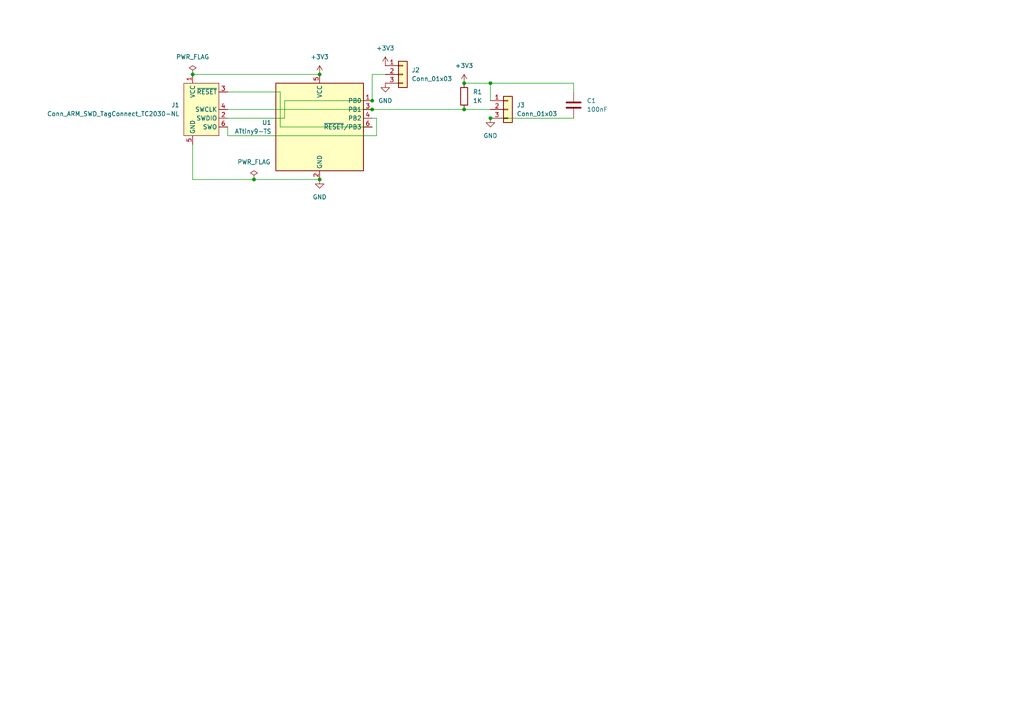
<source format=kicad_sch>
(kicad_sch (version 20250114) (generator "eeschema") (generator_version "9.0")
  (paper "A4")
  (lib_symbols
    (symbol "Connector:Conn_ARM_SWD_TagConnect_TC2030-NL" (in_bom no)
      (property "Reference" "J" (at 2.54 11.43 0))
      (property "Value" "Conn_ARM_SWD_TagConnect_TC2030-NL" (at 2.54 8.89 0))
      (symbol "Conn_ARM_SWD_TagConnect_TC2030-NL_0_0"
        (pin power_in line (at -2.54 10.16 270) (length 2.54) (name "VCC") (number "1"))
        (pin power_in line (at -2.54 -10.16 90) (length 2.54) (name "GND") (number "5"))
        (pin open_collector line (at 7.62 5.08 180) (length 2.54) (name "~{RESET}") (number "3"))
        (pin output line (at 7.62 0 180) (length 2.54) (name "SWCLK") (number "4"))
        (pin bidirectional line (at 7.62 -2.54 180) (length 2.54) (name "SWDIO") (number "2"))
        (pin input line (at 7.62 -5.08 180) (length 2.54) (name "SWO") (number "6"))
      )
      (symbol "Conn_ARM_SWD_TagConnect_TC2030-NL_0_1"
        (rectangle (start -5.08 7.62) (end 5.08 -7.62) (fill (type background)))
      )
    )
    (symbol "Connector_Generic:Conn_01x03" (pin_names (offset 1.016) (hide yes))
      (property "Reference" "J" (at 0 5.08 0))
      (property "Value" "Conn_01x03" (at 0 -5.08 0))
      (symbol "Conn_01x03_1_1"
        (rectangle (start -1.27 3.81) (end 1.27 -3.81) (stroke (width 0.254)) (fill (type background)))
        (rectangle (start -1.27 2.667) (end 0 2.413) (stroke (width 0.1524)))
        (rectangle (start -1.27 0.127) (end 0 -0.127) (stroke (width 0.1524)))
        (rectangle (start -1.27 -2.413) (end 0 -2.667) (stroke (width 0.1524)))
        (pin passive line (at -5.08 2.54 0) (length 3.81) (name "Pin_1") (number "1"))
        (pin passive line (at -5.08 0 0) (length 3.81) (name "Pin_2") (number "2"))
        (pin passive line (at -5.08 -2.54 0) (length 3.81) (name "Pin_3") (number "3"))
      )
    )
    (symbol "Device:C" (pin_numbers (hide yes)) (pin_names (offset 0.254))
      (property "Reference" "C" (at 0.635 2.54 0))
      (property "Value" "C" (at 0.635 -2.54 0))
      (symbol "C_0_1"
        (polyline (pts (xy -2.032 0.762) (xy 2.032 0.762)) (stroke (width 0.508)))
        (polyline (pts (xy -2.032 -0.762) (xy 2.032 -0.762)) (stroke (width 0.508)))
      )
      (symbol "C_1_1"
        (pin passive line (at 0 3.81 270) (length 2.794) (name "~") (number "1"))
        (pin passive line (at 0 -3.81 90) (length 2.794) (name "~") (number "2"))
      )
    )
    (symbol "Device:R" (pin_numbers (hide yes)) (pin_names (offset 0))
      (property "Reference" "R" (at 2.032 0 90))
      (property "Value" "R" (at 0 0 90))
      (symbol "R_0_1"
        (rectangle (start -1.016 -2.54) (end 1.016 2.54) (stroke (width 0.254)))
      )
      (symbol "R_1_1"
        (pin passive line (at 0 3.81 270) (length 1.27) (name "~") (number "1"))
        (pin passive line (at 0 -3.81 90) (length 1.27) (name "~") (number "2"))
      )
    )
    (symbol "MCU_Microchip_ATtiny:ATtiny9-TS"
      (property "Reference" "U" (at -12.7 13.97 0))
      (property "Value" "ATtiny9-TS" (at 2.54 -13.97 0))
      (symbol "ATtiny9-TS_0_1"
        (rectangle (start -12.7 -12.7) (end 12.7 12.7) (stroke (width 0.254)) (fill (type background)))
      )
      (symbol "ATtiny9-TS_1_1"
        (pin power_in line (at 0 15.24 270) (length 2.54) (name "VCC") (number "5"))
        (pin power_in line (at 0 -15.24 90) (length 2.54) (name "GND") (number "2"))
        (pin bidirectional line (at 15.24 7.62 180) (length 2.54) (name "PB0") (number "1"))
        (pin bidirectional line (at 15.24 5.08 180) (length 2.54) (name "PB1") (number "3"))
        (pin bidirectional line (at 15.24 2.54 180) (length 2.54) (name "PB2") (number "4"))
        (pin bidirectional line (at 15.24 0 180) (length 2.54) (name "~{RESET}/PB3") (number "6"))
      )
    )
    (symbol "power:+3V3" (power) (pin_numbers (hide yes)) (pin_names (offset 0) (hide yes))
      (property "Value" "+3V3" (at 0 3.556 0))
      (symbol "+3V3_0_1"
        (polyline (pts (xy -0.762 1.27) (xy 0 2.54)))
        (polyline (pts (xy 0 2.54) (xy 0.762 1.27)))
        (polyline (pts (xy 0 0) (xy 0 2.54)))
      )
      (symbol "+3V3_1_1"
        (pin power_in line (at 0 0 90) (length 0) (name "~") (number "1"))
      )
    )
    (symbol "power:GND" (power) (pin_numbers (hide yes)) (pin_names (offset 0) (hide yes))
      (property "Value" "GND" (at 0 -3.81 0))
      (symbol "GND_0_1"
        (polyline (pts (xy 0 0) (xy 0 -1.27) (xy 1.27 -1.27) (xy 0 -2.54) (xy -1.27 -1.27) (xy 0 -1.27)))
      )
      (symbol "GND_1_1"
        (pin power_in line (at 0 0 270) (length 0) (name "~") (number "1"))
      )
    )
    (symbol "power:PWR_FLAG" (power) (pin_numbers (hide yes)) (pin_names (offset 0) (hide yes))
      (property "Value" "PWR_FLAG" (at 0 3.81 0))
      (symbol "PWR_FLAG_0_0"
        (pin power_out line (at 0 0 90) (length 0) (name "~") (number "1"))
      )
      (symbol "PWR_FLAG_0_1"
        (polyline (pts (xy 0 0) (xy 0 1.27) (xy -1.016 1.905) (xy 0 2.54) (xy 1.016 1.905) (xy 0 1.27)))
      )
    )
  )
  (junction (at 107.95 31.75))
  (junction (at 92.71 21.59))
  (junction (at 55.88 21.59))
  (junction (at 92.71 52.07))
  (junction (at 142.24 24.13))
  (junction (at 134.62 31.75))
  (junction (at 134.62 24.13))
  (junction (at 107.95 29.21))
  (junction (at 142.24 34.29))
  (junction (at 73.66 52.07))
  (wire (pts (xy 107.95 36.83) (xy 81.28 36.83)))
  (wire (pts (xy 109.22 34.29) (xy 107.95 34.29)))
  (wire (pts (xy 142.24 34.29) (xy 166.37 34.29)))
  (wire (pts (xy 66.04 34.29) (xy 82.55 34.29)))
  (wire (pts (xy 55.88 21.59) (xy 92.71 21.59)))
  (wire (pts (xy 107.95 31.75) (xy 134.62 31.75)))
  (wire (pts (xy 73.66 52.07) (xy 92.71 52.07)))
  (wire (pts (xy 142.24 24.13) (xy 134.62 24.13)))
  (wire (pts (xy 81.28 36.83) (xy 81.28 26.67)))
  (wire (pts (xy 166.37 26.67) (xy 166.37 24.13)))
  (wire (pts (xy 107.95 29.21) (xy 107.95 21.59)))
  (wire (pts (xy 81.28 26.67) (xy 66.04 26.67)))
  (wire (pts (xy 107.95 21.59) (xy 111.76 21.59)))
  (wire (pts (xy 66.04 36.83) (xy 66.04 39.37)))
  (wire (pts (xy 134.62 31.75) (xy 142.24 31.75)))
  (wire (pts (xy 66.04 31.75) (xy 107.95 31.75)))
  (wire (pts (xy 55.88 41.91) (xy 55.88 52.07)))
  (wire (pts (xy 82.55 29.21) (xy 107.95 29.21)))
  (wire (pts (xy 82.55 34.29) (xy 82.55 29.21)))
  (wire (pts (xy 55.88 52.07) (xy 73.66 52.07)))
  (wire (pts (xy 109.22 39.37) (xy 109.22 34.29)))
  (wire (pts (xy 142.24 29.21) (xy 142.24 24.13)))
  (wire (pts (xy 166.37 24.13) (xy 142.24 24.13)))
  (wire (pts (xy 66.04 39.37) (xy 109.22 39.37)))
  (symbol (lib_id "power:GND") (at 111.76 24.13 0) (unit 1)
    (property "Reference" "#PWR04" (effects (hide yes)))
    (property "Value" "GND" (at 111.76 29.21 0))
    (property "Description" "Power symbol creates a global label with name \"GND\" , ground" (effects (hide yes)))
  )
  (symbol (lib_id "Connector:Conn_ARM_SWD_TagConnect_TC2030-NL") (at 58.42 31.75 0) (unit 1) (in_bom no)
    (property "Reference" "J1" (at 52.07 30.4799 0) (effects (justify right)))
    (property "Value" "Conn_ARM_SWD_TagConnect_TC2030-NL" (at 52.07 33.0199 0) (effects (justify right)))
    (property "Footprint" "Connector:Tag-Connect_TC2030-IDC-NL_2x03_P1.27mm_Vertical" (effects (hide yes)))
    (property "Datasheet" "https://www.tag-connect.com/wp-content/uploads/bsk-pdf-manager/TC2030-CTX_1.pdf" (effects (hide yes)))
    (property "Description" "Tag-Connect ARM Cortex SWD JTAG connector, 6 pin, no legs" (effects (hide yes)))
  )
  (symbol (lib_id "power:+3V3") (at 111.76 19.05 0) (unit 1)
    (property "Reference" "#PWR03" (effects (hide yes)))
    (property "Value" "+3V3" (at 111.76 13.97 0))
    (property "Description" "Power symbol creates a global label with name \"+3V3\"" (effects (hide yes)))
  )
  (symbol (lib_id "Connector_Generic:Conn_01x03") (at 116.84 21.59 0) (unit 1)
    (property "Reference" "J2" (at 119.38 20.3199 0) (effects (justify left)))
    (property "Value" "Conn_01x03" (at 119.38 22.8599 0) (effects (justify left)))
    (property "Footprint" "Connector_Wire:SolderWire-0.1sqmm_1x03_P3.6mm_D0.4mm_OD1mm_Relief2x" (effects (hide yes)))
    (property "Description" "Generic connector, single row, 01x03, script generated (kicad-library-utils/schlib/autogen/connector/)" (effects (hide yes)))
  )
  (symbol (lib_id "power:+3V3") (at 134.62 24.13 0) (unit 1)
    (property "Reference" "#PWR05" (effects (hide yes)))
    (property "Value" "+3V3" (at 134.62 19.05 0))
    (property "Description" "Power symbol creates a global label with name \"+3V3\"" (effects (hide yes)))
  )
  (symbol (lib_id "MCU_Microchip_ATtiny:ATtiny9-TS") (at 92.71 36.83 0) (unit 1)
    (property "Reference" "U1" (at 78.74 35.5599 0) (effects (justify right)))
    (property "Value" "ATtiny9-TS" (at 78.74 38.0999 0) (effects (justify right)))
    (property "Footprint" "Package_TO_SOT_SMD:SOT-23-6" (effects (hide yes)))
    (property "Datasheet" "http://ww1.microchip.com/downloads/en/DeviceDoc/Atmel-8127-AVR-8-bit-Microcontroller-ATtiny4-ATtiny5-ATtiny9-ATtiny10_Datasheet.pdf" (effects (hide yes)))
    (property "Description" "12MHz, 1kB Flash, 32B SRAM, No EEPROM, SOT-23-6" (effects (hide yes)))
  )
  (symbol (lib_id "power:GND") (at 92.71 52.07 0) (unit 1)
    (property "Reference" "#PWR02" (effects (hide yes)))
    (property "Value" "GND" (at 92.71 57.15 0))
    (property "Description" "Power symbol creates a global label with name \"GND\" , ground" (effects (hide yes)))
  )
  (symbol (lib_id "Connector_Generic:Conn_01x03") (at 147.32 31.75 0) (unit 1)
    (property "Reference" "J3" (at 149.86 30.4799 0) (effects (justify left)))
    (property "Value" "Conn_01x03" (at 149.86 33.0199 0) (effects (justify left)))
    (property "Footprint" "Connector_Wire:SolderWire-0.1sqmm_1x03_P3.6mm_D0.4mm_OD1mm_Relief2x" (effects (hide yes)))
    (property "Description" "Generic connector, single row, 01x03, script generated (kicad-library-utils/schlib/autogen/connector/)" (effects (hide yes)))
  )
  (symbol (lib_id "power:+3V3") (at 92.71 21.59 0) (unit 1)
    (property "Reference" "#PWR01" (effects (hide yes)))
    (property "Value" "+3V3" (at 92.71 16.51 0))
    (property "Description" "Power symbol creates a global label with name \"+3V3\"" (effects (hide yes)))
  )
  (symbol (lib_id "power:PWR_FLAG") (at 73.66 52.07 0) (unit 1)
    (property "Reference" "#FLG02" (effects (hide yes)))
    (property "Value" "PWR_FLAG" (at 73.66 46.99 0))
    (property "Description" "Special symbol for telling ERC where power comes from" (effects (hide yes)))
  )
  (symbol (lib_id "power:GND") (at 142.24 34.29 0) (unit 1)
    (property "Reference" "#PWR06" (effects (hide yes)))
    (property "Value" "GND" (at 142.24 39.37 0))
    (property "Description" "Power symbol creates a global label with name \"GND\" , ground" (effects (hide yes)))
  )
  (symbol (lib_id "Device:C") (at 166.37 30.48 0) (unit 1)
    (property "Reference" "C1" (at 170.18 29.2099 0) (effects (justify left)))
    (property "Value" "100nF" (at 170.18 31.7499 0) (effects (justify left)))
    (property "Footprint" "Capacitor_SMD:C_0402_1005Metric" (effects (hide yes)))
    (property "Description" "Unpolarized capacitor" (effects (hide yes)))
  )
  (symbol (lib_id "power:PWR_FLAG") (at 55.88 21.59 0) (unit 1)
    (property "Reference" "#FLG01" (effects (hide yes)))
    (property "Value" "PWR_FLAG" (at 55.88 16.51 0))
    (property "Description" "Special symbol for telling ERC where power comes from" (effects (hide yes)))
  )
  (symbol (lib_id "Device:R") (at 134.62 27.94 180) (unit 1)
    (property "Reference" "R1" (at 137.16 26.6699 0) (effects (justify right)))
    (property "Value" "1K" (at 137.16 29.2099 0) (effects (justify right)))
    (property "Footprint" "Resistor_SMD:R_0402_1005Metric" (effects (hide yes)))
    (property "Description" "Resistor" (effects (hide yes)))
  )
)
</source>
